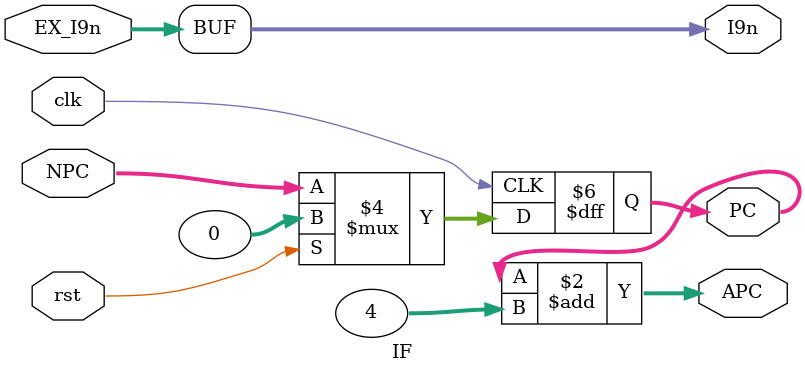
<source format=v>
`timescale 10ns / 1ns

module IF (
	input				clk,
	input				rst,

	input		[31:0]	NPC,
	output	reg	[31:0]	PC,
	output		[31:0]	APC,

	input		[31:0]	EX_I9n,
	output		[31:0]	I9n
);
	always @(posedge clk )
	begin
		if (rst)
			PC <= 32'h0;
		else
			PC <= NPC;	
	end
	assign APC	= PC + 4;

	assign I9n	= EX_I9n;

endmodule
</source>
